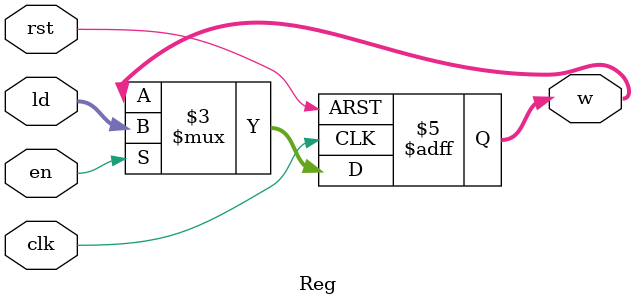
<source format=v>
module Reg#(parameter n=8)(input [15+$clog2(n):0]ld,input clk,en,rst,output reg [15+$clog2(n):0]w);
  always @(posedge clk,posedge rst) 
    if(rst)
      w=0;
    else if(en)
      w=ld;
endmodule
</source>
